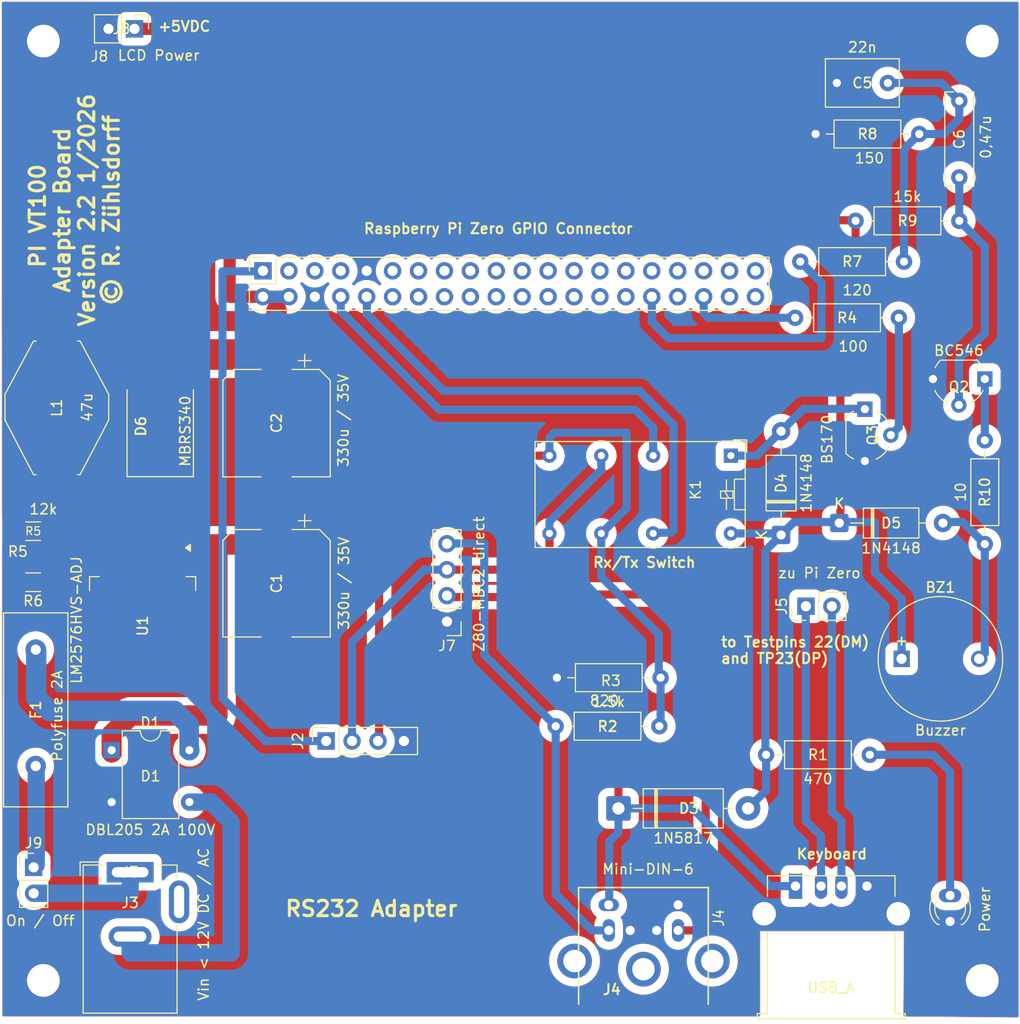
<source format=kicad_pcb>
(kicad_pcb (version 20241229) (generator "pcbnew") (generator_version "9.0")
  (title_block (date "15 nov 2012"))
  (layers (0 "F.Cu" signal) (2 "B.Cu" signal) (13 "F.Paste" user) (15 "B.Paste" user) (5 "F.SilkS" user "F.Silkscreen") (7 "B.SilkS" user "B.Silkscreen") (1 "F.Mask" user) (3 "B.Mask" user) (25 "Edge.Cuts" user))
  (net 0 "")
  (net 1 "GND")
  (net 2 "/GPIO2{slash}SDA1")
  (net 3 "/GPIO3{slash}SCL1")
  (net 4 "/GPIO4{slash}GPCLK0")
  (net 5 "/GPIO14{slash}TXD0")
  (net 6 "/GPIO15{slash}RXD0")
  (net 7 "/GPIO17")
  (net 8 "/GPIO18{slash}PCM.CLK")
  (net 9 "/GPIO27")
  (net 10 "/GPIO22")
  (net 11 "/GPIO23")
  (net 12 "/GPIO26")
  (net 13 "/GPIO24")
  (net 14 "/GPIO10{slash}SPI0.MOSI")
  (net 15 "/GPIO9{slash}SPI0.MISO")
  (net 16 "/GPIO25")
  (net 17 "/GPIO11{slash}SPI0.SCLK")
  (net 18 "/GPIO8{slash}SPI0.CE0")
  (net 19 "/GPIO7{slash}SPI0.CE1")
  (net 20 "/ID_SDA")
  (net 21 "/ID_SCL")
  (net 22 "/GPIO5")
  (net 23 "/GPIO6")
  (net 24 "Net-(C5-Pad1)")
  (net 25 "/GPIO13{slash}PWM1")
  (net 26 "/GPIO19{slash}PCM.FS")
  (net 27 "/GPIO16")
  (net 28 "/GPIO20{slash}PCM.DIN")
  (net 29 "/GPIO21{slash}PCM.DOUT")
  (net 30 "+5V")
  (net 31 "+3V3")
  (net 32 "Net-(D6-K)")
  (net 34 "Net-(D1-+)")
  (net 35 "Net-(U1-FB)")
  (net 36 "Net-(J3-In)")
  (net 37 "Net-(J5-Pin_1)")
  (net 38 "Net-(J5-Pin_2)")
  (net 39 "Net-(D3-K)")
  (net 46 "Net-(J9-Pin_1)")
  (net 47 "Net-(J2-Pin_3)")
  (net 48 "Net-(J2-Pin_2)")
  (net 49 "Net-(D4-A)")
  (net 50 "Net-(D2-A)")
  (net 51 "Net-(Q2-B)")
  (net 52 "Sound")
  (net 53 "Net-(Q2-C)")
  (net 54 "Net-(J7-Pin_4)")
  (net 55 "Net-(BZ1--)")
  (net 56 "Net-(J3-Ext)")
  (net 57 "Net-(D1-Pad4)")
  (net 58 "Net-(Q3-G)")
  (footprint "Connector_PinSocket_2.54mm:PinSocket_2x20_P2.54mm_Vertical" (layer "F.Cu") (at 124.77 95.4 90)
    (property "Reference" "J1" (hide yes))
    (property "Value" "GPIO" (hide yes))
    (pad "1" thru_hole rect (at 0 0 90) (size 1.7 1.7) (drill 1) (layers "*.Cu" "*.Mask") (net 31 "+3V3"))
    (pad "2" thru_hole oval (at -2.54 0 90) (size 1.7 1.7) (drill 1) (layers "*.Cu" "*.Mask") (net 30 "+5V"))
    (pad "3" thru_hole oval (at 0 2.54 90) (size 1.7 1.7) (drill 1) (layers "*.Cu" "*.Mask") (net 2 "/GPIO2{slash}SDA1"))
    (pad "4" thru_hole oval (at -2.54 2.54 90) (size 1.7 1.7) (drill 1) (layers "*.Cu" "*.Mask") (net 30 "+5V"))
    (pad "5" thru_hole oval (at 0 5.08 90) (size 1.7 1.7) (drill 1) (layers "*.Cu" "*.Mask") (net 3 "/GPIO3{slash}SCL1"))
    (pad "6" thru_hole oval (at -2.54 5.08 90) (size 1.7 1.7) (drill 1) (layers "*.Cu" "*.Mask") (net 1 "GND"))
    (pad "7" thru_hole oval (at 0 7.62 90) (size 1.7 1.7) (drill 1) (layers "*.Cu" "*.Mask") (net 4 "/GPIO4{slash}GPCLK0"))
    (pad "8" thru_hole oval (at -2.54 7.62 90) (size 1.7 1.7) (drill 1) (layers "*.Cu" "*.Mask") (net 5 "/GPIO14{slash}TXD0"))
    (pad "9" thru_hole oval (at 0 10.16 90) (size 1.7 1.7) (drill 1) (layers "*.Cu" "*.Mask") (net 1 "GND"))
    (pad "10" thru_hole oval (at -2.54 10.16 90) (size 1.7 1.7) (drill 1) (layers "*.Cu" "*.Mask") (net 6 "/GPIO15{slash}RXD0"))
    (pad "11" thru_hole oval (at 0 12.7 90) (size 1.7 1.7) (drill 1) (layers "*.Cu" "*.Mask") (net 7 "/GPIO17"))
    (pad "12" thru_hole oval (at -2.54 12.7 90) (size 1.7 1.7) (drill 1) (layers "*.Cu" "*.Mask") (net 8 "/GPIO18{slash}PCM.CLK"))
    (pad "13" thru_hole oval (at 0 15.24 90) (size 1.7 1.7) (drill 1) (layers "*.Cu" "*.Mask") (net 9 "/GPIO27"))
    (pad "14" thru_hole oval (at -2.54 15.24 90) (size 1.7 1.7) (drill 1) (layers "*.Cu" "*.Mask"))
    (pad "15" thru_hole oval (at 0 17.78 90) (size 1.7 1.7) (drill 1) (layers "*.Cu" "*.Mask") (net 10 "/GPIO22"))
    (pad "16" thru_hole oval (at -2.54 17.78 90) (size 1.7 1.7) (drill 1) (layers "*.Cu" "*.Mask") (net 11 "/GPIO23"))
    (pad "17" thru_hole oval (at 0 20.32 90) (size 1.7 1.7) (drill 1) (layers "*.Cu" "*.Mask"))
    (pad "18" thru_hole oval (at -2.54 20.32 90) (size 1.7 1.7) (drill 1) (layers "*.Cu" "*.Mask") (net 13 "/GPIO24"))
    (pad "19" thru_hole oval (at 0 22.86 90) (size 1.7 1.7) (drill 1) (layers "*.Cu" "*.Mask") (net 14 "/GPIO10{slash}SPI0.MOSI"))
    (pad "20" thru_hole oval (at -2.54 22.86 90) (size 1.7 1.7) (drill 1) (layers "*.Cu" "*.Mask"))
    (pad "21" thru_hole oval (at 0 25.4 90) (size 1.7 1.7) (drill 1) (layers "*.Cu" "*.Mask") (net 15 "/GPIO9{slash}SPI0.MISO"))
    (pad "22" thru_hole oval (at -2.54 25.4 90) (size 1.7 1.7) (drill 1) (layers "*.Cu" "*.Mask") (net 16 "/GPIO25"))
    (pad "23" thru_hole oval (at 0 27.94 90) (size 1.7 1.7) (drill 1) (layers "*.Cu" "*.Mask") (net 17 "/GPIO11{slash}SPI0.SCLK"))
    (pad "24" thru_hole oval (at -2.54 27.94 90) (size 1.7 1.7) (drill 1) (layers "*.Cu" "*.Mask") (net 18 "/GPIO8{slash}SPI0.CE0"))
    (pad "25" thru_hole oval (at 0 30.48 90) (size 1.7 1.7) (drill 1) (layers "*.Cu" "*.Mask"))
    (pad "26" thru_hole oval (at -2.54 30.48 90) (size 1.7 1.7) (drill 1) (layers "*.Cu" "*.Mask") (net 19 "/GPIO7{slash}SPI0.CE1"))
    (pad "27" thru_hole oval (at 0 33.02 90) (size 1.7 1.7) (drill 1) (layers "*.Cu" "*.Mask") (net 20 "/ID_SDA"))
    (pad "28" thru_hole oval (at -2.54 33.02 90) (size 1.7 1.7) (drill 1) (layers "*.Cu" "*.Mask") (net 21 "/ID_SCL"))
    (pad "29" thru_hole oval (at 0 35.56 90) (size 1.7 1.7) (drill 1) (layers "*.Cu" "*.Mask") (net 22 "/GPIO5"))
    (pad "30" thru_hole oval (at -2.54 35.56 90) (size 1.7 1.7) (drill 1) (layers "*.Cu" "*.Mask"))
    (pad "31" thru_hole oval (at 0 38.1 90) (size 1.7 1.7) (drill 1) (layers "*.Cu" "*.Mask") (net 23 "/GPIO6"))
    (pad "32" thru_hole oval (at -2.54 38.1 90) (size 1.7 1.7) (drill 1) (layers "*.Cu" "*.Mask") (net 52 "Sound"))
    (pad "33" thru_hole oval (at 0 40.64 90) (size 1.7 1.7) (drill 1) (layers "*.Cu" "*.Mask") (net 25 "/GPIO13{slash}PWM1"))
    (pad "34" thru_hole oval (at -2.54 40.64 90) (size 1.7 1.7) (drill 1) (layers "*.Cu" "*.Mask"))
    (pad "35" thru_hole oval (at 0 43.18 90) (size 1.7 1.7) (drill 1) (layers "*.Cu" "*.Mask") (net 26 "/GPIO19{slash}PCM.FS"))
    (pad "36" thru_hole oval (at -2.54 43.18 90) (size 1.7 1.7) (drill 1) (layers "*.Cu" "*.Mask") (net 27 "/GPIO16"))
    (pad "37" thru_hole oval (at 0 45.72 90) (size 1.7 1.7) (drill 1) (layers "*.Cu" "*.Mask") (net 12 "/GPIO26"))
    (pad "38" thru_hole oval (at -2.54 45.72 90) (size 1.7 1.7) (drill 1) (layers "*.Cu" "*.Mask") (net 28 "/GPIO20{slash}PCM.DIN"))
    (pad "39" thru_hole oval (at 0 48.26 90) (size 1.7 1.7) (drill 1) (layers "*.Cu" "*.Mask"))
    (pad "40" thru_hole oval (at -2.54 48.26 90) (size 1.7 1.7) (drill 1) (layers "*.Cu" "*.Mask") (net 29 "/GPIO21{slash}PCM.DOUT"))
  )
  (footprint "Resistor_SMD:R_1206_3216Metric_Pad1.30x1.75mm_HandSolder" (layer "F.Cu") (at 102.25 120.9)
    (property "Reference" "R5" (at -1.5 2 0) (layer "F.SilkS"))
    (property "Value" "12k" (at 1 -2.15 0) (layer "F.SilkS"))
    (fp_text user "${REFERENCE}" (at 0 0 0) (layer "F.SilkS") (effects (font (size 0.8 0.8) (thickness 0.12))))
    (pad "1" smd roundrect (at -1.55 0) (size 1.75 1.75) (layers "F.Cu" "F.Mask" "F.Paste") (roundrect_rratio 0.192308) (net 30 "+5V"))
    (pad "2" smd roundrect (at 1.55 0) (size 1.75 1.75) (layers "F.Cu" "F.Mask" "F.Paste") (roundrect_rratio 0.192308) (net 35 "Net-(U1-FB)"))
  )
  (footprint "MountingHole:MountingHole_3.2mm_M3" (layer "F.Cu") (at 103.25 164.9)
    (property "Reference" "H3" (hide yes))
    (property "Value" "MountingHole" (hide yes))
    (fp_text user "${REFERENCE}" (at 0 0 0) (layer "F.SilkS"))
    (pad "" np_thru_hole circle (at 0 0) (size 3.2 3.2) (drill 3.2) (layers "*.Cu" "*.Mask"))
  )
  (footprint "Diode_THT:D_A-405_P10.16mm_Horizontal" (layer "F.Cu") (at 181.24 120.1)
    (property "Reference" "D5" (at 5.08 0 0) (layer "F.SilkS"))
    (property "Value" "1N4148" (at 5.08 2.47 0) (layer "F.SilkS"))
    (fp_text user "K" (at 0 -1.9 0) (layer "F.SilkS"))
    (fp_text user "K" (at 0 -1.9 0) (layer "F.SilkS"))
    (fp_text user "${REFERENCE}" (at 5.08 0 0) (layer "F.SilkS"))
    (pad "1" thru_hole roundrect (at 0 0) (size 1.8 1.8) (drill 0.9) (layers "*.Cu" "*.Mask") (roundrect_rratio 0.138889) (net 30 "+5V"))
    (pad "2" thru_hole circle (at 10.16 0) (size 1.8 1.8) (drill 0.9) (layers "*.Cu" "*.Mask") (net 55 "Net-(BZ1--)"))
  )
  (footprint "Connector_PinSocket_2.54mm:PinSocket_1x04_P2.54mm_Vertical" (layer "F.Cu") (at 130.96 141.45 90)
    (property "Reference" "J2" (at 0 -2.77 90) (layer "F.SilkS"))
    (property "Value" "RS232" (hide yes))
    (pad "1" thru_hole rect (at 0 0 90) (size 1.7 1.7) (drill 1) (layers "*.Cu" "*.Mask") (net 31 "+3V3"))
    (pad "2" thru_hole circle (at 0 2.54 90) (size 1.7 1.7) (drill 1) (layers "*.Cu" "*.Mask") (net 48 "Net-(J2-Pin_2)"))
    (pad "3" thru_hole circle (at 0 5.08 90) (size 1.7 1.7) (drill 1) (layers "*.Cu" "*.Mask") (net 47 "Net-(J2-Pin_3)"))
    (pad "4" thru_hole circle (at 0 7.62 90) (size 1.7 1.7) (drill 1) (layers "*.Cu" "*.Mask") (net 1 "GND"))
  )
  (footprint "Resistor_SMD:R_1206_3216Metric_Pad1.30x1.75mm_HandSolder" (layer "F.Cu") (at 102.25 125.9 180)
    (property "Reference" "R6" (at 0 -1.83 0) (layer "F.SilkS"))
    (property "Value" "3,9k")
    (pad "1" smd roundrect (at -1.55 0 180) (size 1.75 1.75) (layers "F.Cu" "F.Mask" "F.Paste") (roundrect_rratio 0.192308) (net 35 "Net-(U1-FB)"))
    (pad "2" smd roundrect (at 1.55 0 180) (size 1.75 1.75) (layers "F.Cu" "F.Mask" "F.Paste") (roundrect_rratio 0.192308) (net 1 "GND"))
  )
  (footprint "Capacitor_THT:C_Rect_L9.0mm_W2.6mm_P7.50mm_MKT" (layer "F.Cu") (at 193 78.75 -90)
    (property "Reference" "C6" (at 3.75 0 90) (layer "F.SilkS"))
    (property "Value" "0,47u" (at 3.55 -2.6 90) (layer "F.SilkS"))
    (fp_text user "${REFERENCE}" (at 3.75 0 90) (layer "F.SilkS"))
    (pad "1" thru_hole circle (at 0 0 270) (size 1.6 1.6) (drill 0.8) (layers "*.Cu" "*.Mask") (net 24 "Net-(C5-Pad1)"))
    (pad "2" thru_hole circle (at 7.5 0 270) (size 1.6 1.6) (drill 0.8) (layers "*.Cu" "*.Mask") (net 51 "Net-(Q2-B)"))
  )
  (footprint "Package_TO_SOT_THT:TO-92_Wide" (layer "F.Cu") (at 183.75 108.95 -90)
    (property "Reference" "Q3" (at 2.54 -0.77 90) (layer "F.SilkS"))
    (property "Value" "BS170" (at 2.95 3.7 90) (layer "F.SilkS"))
    (fp_text user "${REFERENCE}" (at 2.54 -0.77 90) (layer "F.SilkS"))
    (pad "1" thru_hole rect (at 0 0 270) (size 1.5 1.5) (drill 0.8) (layers "*.Cu" "*.Mask") (net 49 "Net-(D4-A)"))
    (pad "2" thru_hole circle (at 2.54 -2.54 270) (size 1.5 1.5) (drill 0.8) (layers "*.Cu" "*.Mask") (net 58 "Net-(Q3-G)"))
    (pad "3" thru_hole circle (at 5.08 0 270) (size 1.5 1.5) (drill 0.8) (layers "*.Cu" "*.Mask") (net 1 "GND"))
  )
  (footprint "Package_TO_SOT_SMD:TO-263-5_TabPin3" (layer "F.Cu") (at 112.975 130.175 -90)
    (property "Reference" "U1" (at 0 0 90) (layer "F.SilkS"))
    (property "Value" "LM2576HVS-ADJ" (at -0.575 6.475 90) (layer "F.SilkS"))
    (fp_text user "${REFERENCE}" (at 0 0 90) (layer "F.SilkS"))
    (pad "1" smd roundrect (at -7.65 -3.4 270) (size 4.5 1.1) (drill (offset -0.5 0)) (layers "F.Cu" "F.Mask" "F.Paste") (roundrect_rratio 0.227273) (net 34 "Net-(D1-+)"))
    (pad "2" smd roundrect (at -7.65 -1.7 270) (size 4.6 1.1) (drill (offset -0.5 0)) (layers "F.Cu" "F.Mask" "F.Paste") (roundrect_rratio 0.227273) (net 32 "Net-(D6-K)"))
    (pad "3" smd roundrect (at -7.65 0 270) (size 4.6 1.1) (drill (offset -0.5 0)) (layers "F.Cu" "F.Mask" "F.Paste") (roundrect_rratio 0.227273) (net 1 "GND"))
    (pad "3" smd roundrect (at 1.5 0 270) (size 9.4 10.8) (layers "F.Cu" "F.Mask") (roundrect_rratio 0.026596) (net 1 "GND"))
    (pad "4" smd roundrect (at -7.65 1.7 270) (size 4.6 1.1) (drill (offset -0.5 0)) (layers "F.Cu" "F.Mask" "F.Paste") (roundrect_rratio 0.227273) (net 35 "Net-(U1-FB)"))
    (pad "5" smd roundrect (at -7.65 3.4 270) (size 4.6 1.1) (drill (offset -0.5 0)) (layers "F.Cu" "F.Mask" "F.Paste") (roundrect_rratio 0.227273) (net 1 "GND"))
  )
  (footprint "Capacitor_THT:C_Rect_L7.0mm_W4.5mm_P5.00mm" (layer "F.Cu") (at 186 77 180)
    (property "Reference" "C5" (at 2.5 0 0) (layer "F.SilkS"))
    (property "Value" "22n" (at 2.5 3.5 0) (layer "F.SilkS"))
    (fp_text user "${REFERENCE}" (at 2.5 0 0) (layer "F.SilkS"))
    (pad "1" thru_hole circle (at 0 0 180) (size 1.6 1.6) (drill 0.8) (layers "*.Cu" "*.Mask") (net 24 "Net-(C5-Pad1)"))
    (pad "2" thru_hole circle (at 5 0 180) (size 1.6 1.6) (drill 0.8) (layers "*.Cu" "*.Mask") (net 1 "GND"))
  )
  (footprint "Fuse:Fuse_Littelfuse-LVR200" (layer "F.Cu") (at 102.5 143.9 90)
    (property "Reference" "F1" (at 5.5 0 90) (layer "F.SilkS"))
    (property "Value" "Polyfuse 2A" (at 4.9 2.1 90) (layer "F.SilkS"))
    (fp_text user "${REFERENCE}" (at 5.5 0 90) (layer "F.SilkS"))
    (pad "1" thru_hole circle (at 0 0 90) (size 2 2) (drill 1) (layers "*.Cu" "*.Mask") (net 46 "Net-(J9-Pin_1)"))
    (pad "2" thru_hole circle (at 11.4 0 90) (size 2 2) (drill 1) (layers "*.Cu" "*.Mask") (net 57 "Net-(D1-Pad4)"))
  )
  (footprint "Mini_DIN6:J_Mini-DIN-6" (layer "F.Cu") (at 162.05 168.5 180)
    (property "Reference" "J4" (at -7.3795 9.7252 90) (layer "F.SilkS"))
    (property "Value" "Mini-DIN-6" (at -0.45 14.5 0) (layer "F.SilkS"))
    (fp_text user "${REFERENCE}" (at 3.1 2.7 0) (layer "F.SilkS") (effects (font (thickness 0.2) (bold yes))))
    (pad "1" thru_hole oval (at -1.3 8.5 180) (size 1.2 2.2) (drill 0.9) (layers "*.Cu" "*.Mask") (net 1 "GND"))
    (pad "2" thru_hole oval (at 1.3 8.5 180) (size 1.2 2.2) (drill 0.9) (layers "*.Cu" "*.Mask") (net 1 "GND"))
    (pad "3" thru_hole oval (at -3.4 8.5 180) (size 1.2 2.2) (drill 0.9) (layers "*.Cu" "*.Mask") (net 48 "Net-(J2-Pin_2)"))
    (pad "4" thru_hole oval (at 3.4 8.5 180) (size 1.2 2.2) (drill 0.9) (layers "*.Cu" "*.Mask") (net 54 "Net-(J7-Pin_4)"))
    (pad "5" thru_hole oval (at -3.4 11 180) (size 2 1.2) (drill 0.9) (layers "*.Cu" "*.Mask") (net 1 "GND"))
    (pad "6" thru_hole oval (at 3.4 11 180) (size 2 1.2) (drill 0.9) (layers "*.Cu" "*.Mask") (net 39 "Net-(D3-K)"))
    (pad "C1" thru_hole circle (at -6.75 5.5 180) (size 3.4 3.4) (drill 2.2) (layers "*.Cu" "*.Mask"))
    (pad "C2" thru_hole circle (at 6.75 5.5 180) (size 3.4 3.4) (drill 2.2) (layers "*.Cu" "*.Mask"))
    (pad "SH" thru_hole circle (at 0 4.7 180) (size 3.4 3.4) (drill 2.2) (layers "*.Cu" "*.Mask"))
  )
  (footprint "LED_THT:LED_D3.0mm" (layer "F.Cu") (at 192.1 159.12 90)
    (property "Reference" "D2" (hide yes))
    (property "Value" "Power" (at 1.17 3.4 90) (layer "F.SilkS"))
    (pad "1" thru_hole rect (at 0 0 90) (size 1.3 2.2) (drill 0.9) (layers "*.Cu" "*.Mask") (net 1 "GND"))
    (pad "2" thru_hole oval (at 2.54 0 90) (size 1.3 2.2) (drill 0.9) (layers "*.Cu" "*.Mask") (net 50 "Net-(D2-A)"))
  )
  (footprint "Package_TO_SOT_THT:TO-92_Wide" (layer "F.Cu") (at 195.5 106 180)
    (property "Reference" "Q2" (at 2.54 -0.77 180) (layer "F.SilkS"))
    (property "Value" "BC546" (at 2.54 2.79 180) (layer "F.SilkS"))
    (fp_text user "${REFERENCE}" (at 2.54 -0.77 180) (layer "F.SilkS"))
    (pad "1" thru_hole rect (at 0 0 180) (size 1.5 1.5) (drill 0.8) (layers "*.Cu" "*.Mask") (net 53 "Net-(Q2-C)"))
    (pad "2" thru_hole circle (at 2.54 -2.54 180) (size 1.5 1.5) (drill 0.8) (layers "*.Cu" "*.Mask") (net 51 "Net-(Q2-B)"))
    (pad "3" thru_hole circle (at 5.08 0 180) (size 1.5 1.5) (drill 0.8) (layers "*.Cu" "*.Mask") (net 1 "GND"))
  )
  (footprint "Resistor_THT:R_Axial_DIN0207_L6.3mm_D2.5mm_P10.16mm_Horizontal" (layer "F.Cu") (at 178.92 82)
    (property "Reference" "R8" (at 5.08 0 0) (layer "F.SilkS"))
    (property "Value" "150" (at 5.28 2.37 0) (layer "F.SilkS"))
    (fp_text user "${REFERENCE}" (at 5.08 0 0) (layer "F.SilkS"))
    (pad "1" thru_hole circle (at 0 0) (size 1.6 1.6) (drill 0.8) (layers "*.Cu" "*.Mask") (net 1 "GND"))
    (pad "2" thru_hole circle (at 10.16 0) (size 1.6 1.6) (drill 0.8) (layers "*.Cu" "*.Mask") (net 24 "Net-(C5-Pad1)"))
  )
  (footprint "Resistor_THT:R_Axial_DIN0207_L6.3mm_D2.5mm_P10.16mm_Horizontal" (layer "F.Cu") (at 153.57 135.25)
    (property "Reference" "R3" (at 5.28 0.3 0) (layer "F.SilkS"))
    (property "Value" "1.5k" (at 5.08 2.37 0) (layer "F.SilkS"))
    (pad "1" thru_hole circle (at 0 0) (size 1.6 1.6) (drill 0.8) (layers "*.Cu" "*.Mask") (net 1 "GND"))
    (pad "2" thru_hole circle (at 10.16 0) (size 1.6 1.6) (drill 0.8) (layers "*.Cu" "*.Mask") (net 47 "Net-(J2-Pin_3)"))
  )
  (footprint "Connector_PinHeader_2.54mm:PinHeader_1x02_P2.54mm_Vertical" (layer "F.Cu") (at 112.175 71.7 -90)
    (property "Reference" "J8" (at 2.7 3.425 180) (layer "F.SilkS"))
    (property "Value" "LCD Power" (at 2.6 -2.375 0) (layer "F.SilkS"))
    (fp_text user "${REFERENCE}" (at 0 1.27 0) (layer "F.SilkS"))
    (pad "1" thru_hole rect (at 0 0 270) (size 1.7 1.7) (drill 1) (layers "*.Cu" "*.Mask") (net 30 "+5V"))
    (pad "2" thru_hole circle (at 0 2.54 270) (size 1.7 1.7) (drill 1) (layers "*.Cu" "*.Mask") (net 1 "GND"))
  )
  (footprint "MountingHole:MountingHole_3.2mm_M3" (layer "F.Cu") (at 195.25 72.9)
    (property "Reference" "H2" (hide yes))
    (property "Value" "MountingHole" (hide yes))
    (pad "" np_thru_hole circle (at 0 0) (size 3.2 3.2) (drill 3.2) (layers "*.Cu" "*.Mask"))
  )
  (footprint "MountingHole:MountingHole_3.2mm_M3" (layer "F.Cu") (at 103.25 72.9)
    (property "Reference" "H1" (hide yes))
    (property "Value" "MountingHole" (hide yes))
    (pad "" np_thru_hole circle (at 0 0) (size 3.2 3.2) (drill 3.2) (layers "*.Cu" "*.Mask"))
  )
  (footprint "Connector_BarrelJack:BarrelJack_GCT_DCJ200-10-A_Horizontal" (layer "F.Cu") (at 111.75 154.3)
    (property "Reference" "J3" (at 0 0 0) (layer "F.SilkS"))
    (property "Value" "Vin < 12V DC / AC" (at 7.2 5.1 90) (layer "F.SilkS"))
    (fp_text user "${REFERENCE}" (at 0 3 0) (layer "F.SilkS"))
    (pad "1" thru_hole rect (at 0 0) (size 4.6 2) (drill oval 3.6 1) (layers "*.Cu" "*.Mask") (net 36 "Net-(J3-In)"))
    (pad "2" thru_hole oval (at 0 6.3) (size 4.2 2) (drill oval 3.2 1) (layers "*.Cu" "*.Mask") (net 56 "Net-(J3-Ext)"))
    (pad "3" thru_hole oval (at 4.8 2.9) (size 2 4.2) (drill oval 1 3.2) (layers "*.Cu" "*.Mask"))
  )
  (footprint "Relay_THT:Relay_DPDT_Omron_G5V-2" (layer "F.Cu") (at 170.62 113.5 -90)
    (property "Reference" "K1" (at 3.35 3.47 90) (layer "F.SilkS"))
    (property "Value" "G5V-2" (hide yes))
    (pad "1" thru_hole rect (at 0 0 270) (size 1.4 1.4) (drill 0.7) (layers "*.Cu" "*.Mask") (net 49 "Net-(D4-A)"))
    (pad "4" thru_hole circle (at 0 7.62 270) (size 1.4 1.4) (drill 0.7) (layers "*.Cu" "*.Mask") (net 5 "/GPIO14{slash}TXD0"))
    (pad "6" thru_hole circle (at 0 12.7 270) (size 1.4 1.4) (drill 0.7) (layers "*.Cu" "*.Mask") (net 48 "Net-(J2-Pin_2)"))
    (pad "8" thru_hole circle (at 0 17.78 270) (size 1.4 1.4) (drill 0.7) (layers "*.Cu" "*.Mask") (net 47 "Net-(J2-Pin_3)"))
    (pad "9" thru_hole circle (at 7.62 17.78 270) (size 1.4 1.4) (drill 0.7) (layers "*.Cu" "*.Mask") (net 48 "Net-(J2-Pin_2)"))
    (pad "11" thru_hole circle (at 7.62 12.7 270) (size 1.4 1.4) (drill 0.7) (layers "*.Cu" "*.Mask") (net 47 "Net-(J2-Pin_3)"))
    (pad "13" thru_hole circle (at 7.62 7.62 270) (size 1.4 1.4) (drill 0.7) (layers "*.Cu" "*.Mask") (net 6 "/GPIO15{slash}RXD0"))
    (pad "16" thru_hole circle (at 7.62 0 270) (size 1.4 1.4) (drill 0.7) (layers "*.Cu" "*.Mask") (net 30 "+5V"))
  )
  (footprint "Resistor_THT:R_Axial_DIN0207_L6.3mm_D2.5mm_P10.16mm_Horizontal" (layer "F.Cu") (at 176.92 100)
    (property "Reference" "R4" (at 5.08 0 0) (layer "F.SilkS"))
    (property "Value" "100" (at 5.68 2.8 0) (layer "F.SilkS"))
    (fp_text user "${REFERENCE}" (at 5.08 0 0) (layer "F.SilkS"))
    (pad "1" thru_hole circle (at 0 0) (size 1.6 1.6) (drill 0.8) (layers "*.Cu" "*.Mask") (net 27 "/GPIO16"))
    (pad "2" thru_hole circle (at 10.16 0) (size 1.6 1.6) (drill 0.8) (layers "*.Cu" "*.Mask") (net 58 "Net-(Q3-G)"))
  )
  (footprint "Connector_PinHeader_2.54mm:PinHeader_1x02_P2.54mm_Vertical" (layer "F.Cu") (at 177.975 128.25 90)
    (property "Reference" "J5" (at 0 -2.38 90) (layer "F.SilkS"))
    (property "Value" "zu Pi Zero" (at 3.25 1.325 180) (layer "F.SilkS"))
    (pad "1" thru_hole rect (at 0 0 90) (size 1.7 1.7) (drill 1) (layers "*.Cu" "*.Mask") (net 37 "Net-(J5-Pin_1)"))
    (pad "2" thru_hole circle (at 0 2.54 90) (size 1.7 1.7) (drill 1) (layers "*.Cu" "*.Mask") (net 38 "Net-(J5-Pin_2)"))
  )
  (footprint "Buzzer_Beeper:MagneticBuzzer_ProSignal_ABI-009-RC" (layer "F.Cu") (at 187.35 133.4)
    (property "Reference" "BZ1" (at 3.8 -7 0) (layer "F.SilkS"))
    (property "Value" "Buzzer" (at 3.8 7 0) (layer "F.SilkS"))
    (fp_text user "+" (at 0 -1.8 0) (layer "F.SilkS"))
    (fp_text user "+" (at 0 -1.8 0) (layer "F.SilkS"))
    (fp_text user "${REFERENCE}" (at 3.8 -7 0) (layer "F.SilkS"))
    (pad "1" thru_hole rect (at 0 0) (size 1.6 1.6) (drill 1) (layers "*.Cu" "*.Mask") (net 30 "+5V"))
    (pad "2" thru_hole circle (at 7.6 0) (size 1.6 1.6) (drill 1) (layers "*.Cu" "*.Mask") (net 55 "Net-(BZ1--)"))
  )
  (footprint "Diode_SMD:D_SMC" (layer "F.Cu") (at 114.7 110.65 90)
    (property "Reference" "D6" (at 0.05 -1.9 90) (layer "F.SilkS"))
    (property "Value" "MBRS340" (at -0.45 2.45 90) (layer "F.SilkS"))
    (fp_text user "${REFERENCE}" (at 0 -1.9 90) (layer "F.SilkS"))
    (pad "1" smd roundrect (at -3.4 0 180) (size 3.3 2.5) (layers "F.Cu" "F.Mask" "F.Paste") (roundrect_rratio 0.1) (net 32 "Net-(D6-K)"))
    (pad "2" smd roundrect (at 3.4 0 180) (size 3.3 2.5) (layers "F.Cu" "F.Mask" "F.Paste") (roundrect_rratio 0.1) (net 1 "GND"))
  )
  (footprint "Capacitor_SMD:CP_Elec_10x10" (layer "F.Cu") (at 126.1 110.3175 -90)
    (property "Reference" "C2" (at 0 0 90) (layer "F.SilkS"))
    (property "Value" "330u / 35V" (at -0.2675 -6.55 90) (layer "F.SilkS"))
    (fp_text user "${REFERENCE}" (at 0 0 90) (layer "F.SilkS"))
    (pad "1" smd roundrect (at -4 0 270) (size 4 2.5) (layers "F.Cu" "F.Mask" "F.Paste") (roundrect_rratio 0.1) (net 30 "+5V"))
    (pad "2" smd roundrect (at 4 0 270) (size 4 2.5) (layers "F.Cu" "F.Mask" "F.Paste") (roundrect_rratio 0.1) (net 1 "GND"))
  )
  (footprint "Diode_THT:Diode_Bridge_DIP-4_W7.62mm_P5.08mm" (layer "F.Cu") (at 109.94 142.35)
    (property "Reference" "D1" (at 3.8 -2.7 0) (layer "F.SilkS"))
    (property "Value" "DBL205 2A 100V" (at 3.8 7.8 0) (layer "F.SilkS"))
    (fp_text user "${REFERENCE}" (at 3.81 2.54 0) (layer "F.SilkS"))
    (pad "1" thru_hole rect (at 0 0) (size 1.6 1.6) (drill 0.8) (layers "*.Cu" "*.Mask") (net 34 "Net-(D1-+)"))
    (pad "2" thru_hole oval (at 0 5.08) (size 1.6 1.6) (drill 0.8) (layers "*.Cu" "*.Mask") (net 1 "GND"))
    (pad "3" thru_hole oval (at 7.62 5.08) (size 1.6 1.6) (drill 0.8) (layers "*.Cu" "*.Mask") (net 56 "Net-(J3-Ext)"))
    (pad "4" thru_hole oval (at 7.62 0) (size 1.6 1.6) (drill 0.8) (layers "*.Cu" "*.Mask") (net 57 "Net-(D1-Pad4)"))
  )
  (footprint "Diode_THT:D_A-405_P10.16mm_Horizontal" (layer "F.Cu") (at 175.54 121.27 90)
    (property "Reference" "D4" (at 5.08 0 90) (layer "F.SilkS"))
    (property "Value" "1N4148" (at 5.08 2.47 90) (layer "F.SilkS"))
    (fp_text user "${REFERENCE}" (at 5.08 0 90) (layer "F.SilkS"))
    (fp_text user "K" (at 0 -1.9 90) (layer "F.SilkS"))
    (fp_text user "K" (at 0 -1.9 90) (layer "F.SilkS"))
    (pad "1" thru_hole roundrect (at 0 0 90) (size 1.8 1.8) (drill 0.9) (layers "*.Cu" "*.Mask") (roundrect_rratio 0.138889) (net 30 "+5V"))
    (pad "2" thru_hole circle (at 10.16 0 90) (size 1.8 1.8) (drill 0.9) (layers "*.Cu" "*.Mask") (net 49 "Net-(D4-A)"))
  )
  (footprint "Diode_THT:D_DO-15_P12.70mm_Horizontal" (layer "F.Cu") (at 159.6 148.05)
    (property "Reference" "D3" (at 6.9 0 0) (layer "F.SilkS"))
    (property "Value" "1N5817" (at 6.35 2.92 0) (layer "F.SilkS"))
    (fp_text user "${REFERENCE}" (at 6.92 0 0) (layer "F.SilkS"))
    (pad "1" thru_hole roundrect (at 0 0) (size 2.4 2.4) (drill 1.2) (layers "*.Cu" "*.Mask") (roundrect_rratio 0.104167) (net 39 "Net-(D3-K)"))
    (pad "2" thru_hole circle (at 12.7 0) (size 2.4 2.4) (drill 1.2) (layers "*.Cu" "*.Mask") (net 30 "+5V"))
  )
  (footprint "Resistor_THT:R_Axial_DIN0207_L6.3mm_D2.5mm_P10.16mm_Horizontal" (layer "F.Cu") (at 174.07 142.8)
    (property "Reference" "R1" (at 5.08 0 0) (layer "F.SilkS"))
    (property "Value" "470" (at 5.08 2.37 0) (layer "F.SilkS"))
    (pad "1" thru_hole circle (at 0 0) (size 1.6 1.6) (drill 0.8) (layers "*.Cu" "*.Mask") (net 30 "+5V"))
    (pad "2" thru_hole circle (at 10.16 0) (size 1.6 1.6) (drill 0.8) (layers "*.Cu" "*.Mask") (net 50 "Net-(D2-A)"))
  )
  (footprint "Resistor_THT:R_Axial_DIN0207_L6.3mm_D2.5mm_P10.16mm_Horizontal" (layer "F.Cu") (at 195.5 112 -90)
    (property "Reference" "R10" (at 5.08 0 90) (layer "F.SilkS"))
    (property "Value" "10" (at 5.08 2.37 90) (layer "F.SilkS"))
    (fp_text user "${REFERENCE}" (at 5.08 0 90) (layer "F.SilkS"))
    (pad "1" thru_hole circle (at 0 0 270) (size 1.6 1.6) (drill 0.8) (layers "*.Cu" "*.Mask") (net 53 "Net-(Q2-C)"))
    (pad "2" thru_hole circle (at 10.16 0 270) (size 1.6 1.6) (drill 0.8) (layers "*.Cu" "*.Mask") (net 55 "Net-(BZ1--)"))
  )
  (footprint "Connector_PinHeader_2.54mm:PinHeader_1x04_P2.54mm_Vertical" (layer "F.Cu") (at 142.8 129.75 180)
    (property "Reference" "J7" (at 0 -2.38 0) (layer "F.SilkS"))
    (property "Value" "Z80-MBC2 direct" (at -3.15 3.66 90) (layer "F.SilkS"))
    (pad "1" thru_hole rect (at 0 0 180) (size 1.7 1.7) (drill 1) (layers "*.Cu" "*.Mask") (net 1 "GND"))
    (pad "2" thru_hole circle (at 0 2.54 180) (size 1.7 1.7) (drill 1) (layers "*.Cu" "*.Mask") (net 39 "Net-(D3-K)"))
    (pad "3" thru_hole circle (at 0 5.08 180) (size 1.7 1.7) (drill 1) (layers "*.Cu" "*.Mask") (net 48 "Net-(J2-Pin_2)"))
    (pad "4" thru_hole circle (at 0 7.62 180) (size 1.7 1.7) (drill 1) (layers "*.Cu" "*.Mask") (net 54 "Net-(J7-Pin_4)"))
  )
  (footprint "Inductor_SMD:L_Fastron_PISN" (layer "F.Cu") (at 104.56 108.77 -90)
    (property "Reference" "L1" (hide yes))
    (property "Value" "47u" (at 0 -2.99 90) (layer "F.SilkS"))
    (fp_text user "${REFERENCE}" (at 0.05 0 90) (layer "F.SilkS"))
    (pad "1" smd rect (at 5.17 -0.01 270) (size 3 3) (layers "F.Cu" "F.Mask" "F.Paste") (net 32 "Net-(D6-K)"))
    (pad "2" smd rect (at -5.17 0.01 270) (size 3 3) (layers "F.Cu" "F.Mask" "F.Paste") (net 30 "+5V"))
  )
  (footprint "Resistor_THT:R_Axial_DIN0207_L6.3mm_D2.5mm_P10.16mm_Horizontal" (layer "F.Cu") (at 193 90.5 180)
    (property "Reference" "R9" (at 5.08 0 0) (layer "F.SilkS"))
    (property "Value" "15k" (at 5.08 2.37 0) (layer "F.SilkS"))
    (fp_text user "${REFERENCE}" (at 5.08 0 0) (layer "F.SilkS"))
    (pad "1" thru_hole circle (at 0 0 180) (size 1.6 1.6) (drill 0.8) (layers "*.Cu" "*.Mask") (net 51 "Net-(Q2-B)"))
    (pad "2" thru_hole circle (at 10.16 0 180) (size 1.6 1.6) (drill 0.8) (layers "*.Cu" "*.Mask") (net 30 "+5V"))
  )
  (footprint "Capacitor_SMD:CP_Elec_10x10" (layer "F.Cu") (at 126.1 126 -90)
    (property "Reference" "C1" (at 0 0 90) (layer "F.SilkS"))
    (property "Value" "330u / 35V" (at 0 -6.6 90) (layer "F.SilkS"))
    (fp_text user "${REFERENCE}" (at 0 0 90) (layer "F.SilkS"))
    (pad "1" smd roundrect (at -4 0 270) (size 4 2.5) (layers "F.Cu" "F.Mask" "F.Paste") (roundrect_rratio 0.1) (net 34 "Net-(D1-+)"))
    (pad "2" smd roundrect (at 4 0 270) (size 4 2.5) (layers "F.Cu" "F.Mask" "F.Paste") (roundrect_rratio 0.1) (net 1 "GND"))
  )
  (footprint "Connector_USB:USB_A_Stewart_SS-52100-001_Horizontal" (layer "F.Cu") (at 176.95 155.66)
    (property "Reference" "J6" (hide yes))
    (property "Value" "USB_A" (at 3.5 9.94 0) (layer "F.SilkS"))
    (pad "1" thru_hole rect (at 0 0) (size 1.3 2.5) (drill 0.92) (layers "*.Cu" "*.Mask") (net 39 "Net-(D3-K)"))
    (pad "2" thru_hole oval (at 2.5 0) (size 1.2 2.5) (drill 0.92) (layers "*.Cu" "*.Mask") (net 37 "Net-(J5-Pin_1)"))
    (pad "3" thru_hole oval (at 4.5 0) (size 1.2 2.5) (drill 0.92) (layers "*.Cu" "*.Mask") (net 38 "Net-(J5-Pin_2)"))
    (pad "4" thru_hole oval (at 7 0) (size 1.5 2.5) (drill 0.92) (layers "*.Cu" "*.Mask") (net 1 "GND"))
    (pad "5" thru_hole circle (at -3.07 2.71) (size 3 3) (drill 2.3) (layers "*.Cu" "*.Mask") (net 1 "GND"))
    (pad "5" thru_hole circle (at 10.07 2.71) (size 3 3) (drill 2.3) (layers "*.Cu" "*.Mask") (net 1 "GND"))
  )
  (footprint "Resistor_THT:R_Axial_DIN0207_L6.3mm_D2.5mm_P10.16mm_Horizontal" (layer "F.Cu") (at 163.61 140 180)
    (property "Reference" "R2" (at 5.08 -0.05 0) (layer "F.SilkS"))
    (property "Value" "820" (at 5.38 2.5 0) (layer "F.SilkS"))
    (fp_text user "${REFERENCE}" (at 5.08 0 0) (layer "F.SilkS"))
    (pad "1" thru_hole circle (at 0 0 180) (size 1.6 1.6) (drill 0.8) (layers "*.Cu" "*.Mask") (net 47 "Net-(J2-Pin_3)"))
    (pad "2" thru_hole circle (at 10.16 0 180) (size 1.6 1.6) (drill 0.8) (layers "*.Cu" "*.Mask") (net 54 "Net-(J7-Pin_4)"))
  )
  (footprint "MountingHole:MountingHole_3.2mm_M3" (layer "F.Cu") (at 195.25 164.9)
    (property "Reference" "H4" (hide yes))
    (property "Value" "MountingHole" (hide yes))
    (fp_text user "${REFERENCE}" (at 0 0 0) (layer "F.SilkS"))
    (pad "" np_thru_hole circle (at 0 0) (size 3.2 3.2) (drill 3.2) (layers "*.Cu" "*.Mask"))
  )
  (footprint "Resistor_THT:R_Axial_DIN0207_L6.3mm_D2.5mm_P10.16mm_Horizontal" (layer "F.Cu") (at 177.42 94.5)
    (property "Reference" "R7" (at 5.08 0 0) (layer "F.SilkS"))
    (property "Value" "120" (at 5.58 2.8 0) (layer "F.SilkS"))
    (fp_text user "${REFERENCE}" (at 5.08 0 0) (layer "F.SilkS"))
    (pad "1" thru_hole circle (at 0 0) (size 1.6 1.6) (drill 0.8) (layers "*.Cu" "*.Mask") (net 52 "Sound"))
    (pad "2" thru_hole circle (at 10.16 0) (size 1.6 1.6) (drill 0.8) (layers "*.Cu" "*.Mask") (net 24 "Net-(C5-Pad1)"))
  )
  (footprint "Connector_PinHeader_2.54mm:PinHeader_1x02_P2.54mm_Vertical" (layer "F.Cu") (at 102.3 153.825)
    (property "Reference" "J9" (at 0 -2.38 0) (layer "F.SilkS"))
    (property "Value" "On / Off" (at 0.65 5.225 0) (layer "F.SilkS"))
    (pad "1" thru_hole rect (at 0 0) (size 1.7 1.7) (drill 1) (layers "*.Cu" "*.Mask") (net 46 "Net-(J9-Pin_1)"))
    (pad "2" thru_hole circle (at 0 2.54) (size 1.7 1.7) (drill 1) (layers "*.Cu" "*.Mask") (net 36 "Net-(J3-In)"))
  )
  (gr_poly (pts (xy 99.1502 68.9) (xy 198.85 68.9) (xy 198.85 168.549152) (xy 187.498724 168.452955) (xy 187.551259 160.1) (xy 173.499954 160.1) (xy 173.50092 168.45) (xy 99.2 168.45)) (stroke (width 0.05)) (fill no) (layer "Edge.Cuts"))
  (gr_text "to Testpins 22(DM) \nand TP23(DP)" (at 169.55 133.95 0) (layer "F.SilkS") (effects (font (size 1 1) (thickness 0.2) (bold yes)) (justify left bottom)))
  (gr_text "+5VDC" (at 114.4 72.05 0) (layer "F.SilkS") (effects (font (size 1 1) (thickness 0.2) (bold yes)) (justify left bottom)))
  (gr_text "PI VT100 \nAdapter Board\nVersion 2.2 1/2026\n© R. Zühlsdorff" (at 110.8 89.45 90) (layer "F.SilkS") (effects (font (size 1.5 1.5) (thickness 0.3) (bold yes)) (justify bottom)))
  (gr_text "Keyboard" (at 176.95 153.1 0) (layer "F.SilkS") (effects (font (size 1 1) (thickness 0.2) (bold yes)) (justify left bottom)))
  (gr_text "Raspberry Pi Zero GPIO Connector" (at 134.55 91.85 0) (layer "F.SilkS") (effects (font (size 1 1) (thickness 0.2) (bold yes)) (justify left bottom)))
  (gr_text "Rx/Tx Switch" (at 157 124.55 0) (layer "F.SilkS") (effects (font (size 1 1) (thickness 0.2) (bold yes)) (justify left bottom)))
  (gr_text "RS232 Adapter" (at 126.8 158.75 0) (layer "F.SilkS") (effects (font (size 1.5 1.5) (thickness 0.3) (bold yes)) (justify left bottom)))
  (segment (start 161.235844 109) (end 142.035844 109) (width 0.8) (layer "B.Cu") (net 5))
  (segment (start 132.39 99.354156) (end 132.39 97.94) (width 0.8) (layer "B.Cu") (net 5))
  (segment (start 163 113.5) (end 163 110.764156) (width 0.8) (layer "B.Cu") (net 5))
  (segment (start 142.035844 109) (end 132.39 99.354156) (width 0.8) (layer "B.Cu") (net 5))
  (segment (start 163 110.764156) (end 161.235844 109) (width 0.8) (layer "B.Cu") (net 5))
  (segment (start 165 120.8) (end 164.75 121.05) (width 0.8) (layer "B.Cu") (net 6))
  (segment (start 134.95 99.65) (end 142.45 107.15) (width 0.8) (layer "B.Cu") (net 6))
  (segment (start 142.45 107.15) (end 161.65 107.15) (width 0.8) (layer "B.Cu") (net 6))
  (segment (start 134.95 97.96) (end 134.95 99.65) (width 0.8) (layer "B.Cu") (net 6))
  (segment (start 163.07 121.05) (end 163 121.12) (width 0.8) (layer "B.Cu") (net 6))
  (segment (start 161.65 107.15) (end 165 110.5) (width 0.8) (layer "B.Cu") (net 6))
  (segment (start 134.93 97.94) (end 134.95 97.96) (width 0.8) (layer "B.Cu") (net 6))
  (segment (start 164.75 121.05) (end 163.07 121.05) (width 0.8) (layer "B.Cu") (net 6))
  (segment (start 165 110.5) (end 165 120.8) (width 0.8) (layer "B.Cu") (net 6))
  (segment (start 187.58 83.5) (end 187.58 94.5) (width 0.8) (layer "B.Cu") (net 24))
  (segment (start 191.25 77) (end 193 78.75) (width 0.8) (layer "B.Cu") (net 24))
  (segment (start 193 78.75) (end 193 80.5) (width 0.8) (layer "B.Cu") (net 24))
  (segment (start 189.08 82) (end 187.58 83.5) (width 0.8) (layer "B.Cu") (net 24))
  (segment (start 193 80.5) (end 191.5 82) (width 0.8) (layer "B.Cu") (net 24))
  (segment (start 186 77) (end 191.25 77) (width 0.8) (layer "B.Cu") (net 24))
  (segment (start 191.5 82) (end 189.08 82) (width 0.8) (layer "B.Cu") (net 24))
  (segment (start 167.95 97.94) (end 167.95 99.55) (width 0.8) (layer "B.Cu") (net 27))
  (segment (start 168.4 100) (end 176.92 100) (width 0.8) (layer "B.Cu") (net 27))
  (segment (start 167.95 99.55) (end 168.4 100) (width 0.8) (layer "B.Cu") (net 27))
  (segment (start 101.95 103.6) (end 100.95 104.6) (width 0.8) (layer "F.Cu") (net 30))
  (segment (start 182.79 90.45) (end 182.84 90.5) (width 0.8) (layer "F.Cu") (net 30))
  (segment (start 124.77 97.94) (end 126.1 97.94) (width 1.2) (layer "F.Cu") (net 30))
  (segment (start 115.75 71.7) (end 121.5 77.45) (width 1.2) (layer "F.Cu") (net 30))
  (segment (start 104.55 103.6) (end 101.95 103.6) (width 0.8) (layer "F.Cu") (net 30))
  (segment (start 100.95 104.6) (end 100.95 120.65) (width 0.8) (layer "F.Cu") (net 30))
  (segment (start 112.175 71.7) (end 115.75 71.7) (width 1.2) (layer "F.Cu") (net 30))
  (segment (start 121.5 97.94) (end 124.77 97.94) (width 1.2) (layer "F.Cu") (net 30))
  (segment (start 122.05 90.45) (end 182.79 90.45) (width 0.8) (layer "F.Cu") (net 30))
  (segment (start 104.55 103.6) (end 125.85 103.6) (width 3) (layer "F.Cu") (net 30))
  (segment (start 100.95 120.65) (end 100.7 120.9) (width 0.8) (layer "F.Cu") (net 30))
  (segment (start 126.1 97.94) (end 126.1 99.27) (width 1.2) (layer "F.Cu") (net 30))
  (segment (start 181.35 104.9) (end 181.35 119.99) (width 0.8) (layer "F.Cu") (net 30))
  (segment (start 125.85 103.6) (end 126.1 103.35) (width 2) (layer "F.Cu") (net 30))
  (segment (start 127.31 97.94) (end 126.1 97.94) (width 1.2) (layer "F.Cu") (net 30))
  (segment (start 121.5 91) (end 122.05 90.45) (width 0.8) (layer "F.Cu") (net 30))
  (segment (start 126.1 99.27) (end 126.1 103.35) (width 2) (layer "F.Cu") (net 30))
  (segment (start 121.5 77.45) (end 121.5 91) (width 1.2) (layer "F.Cu") (net 30))
  (segment (start 126.1 103.35) (end 126.1 106.3175) (width 2) (layer "F.Cu") (net 30))
  (segment (start 182.84 90.5) (end 182.84 103.41) (width 0.8) (layer "F.Cu") (net 30))
  (segment (start 181.35 119.99) (end 181.24 120.1) (width 0.8) (layer "F.Cu") (net 30))
  (segment (start 182.84 103.41) (end 181.35 104.9) (width 0.8) (layer "F.Cu") (net 30))
  (segment (start 121.5 97.94) (end 121.5 91) (width 1.2) (layer "F.Cu") (net 30))
  (segment (start 184.735 124.935) (end 184.735 120) (width 0.8) (layer "B.Cu") (net 30))
  (segment (start 174.07 146.28) (end 172.3 148.05) (width 0.8) (layer "B.Cu") (net 30))
  (segment (start 170.62 121.12) (end 175.39 121.12) (width 0.8) (layer "B.Cu") (net 30))
  (segment (start 175.54 121.27) (end 176.81 120) (width 0.8) (layer "B.Cu") (net 30))
  (segment (start 184.735 120) (end 179.4 120) (width 0.8) (layer "B.Cu") (net 30))
  (segment (start 124.77 97.94) (end 127.31 97.94) (width 1.2) (layer "B.Cu") (net 30))
  (segment (start 187.35 133.4) (end 187.35 127.55) (width 0.8) (layer "B.Cu") (net 30))
  (segment (start 175.54 121.27) (end 174 122.81) (width 0.8) (layer "B.Cu") (net 30))
  (segment (start 187.35 127.55) (end 184.735 124.935) (width 0.8) (layer "B.Cu") (net 30))
  (segment (start 174 142.73) (end 174.07 142.8) (width 0.8) (layer "B.Cu") (net 30))
  (segment (start 176.81 120) (end 179.4 120) (width 0.8) (layer "B.Cu") (net 30))
  (segment (start 174 122.81) (end 174 142.73) (width 0.8) (layer "B.Cu") (net 30))
  (segment (start 175.39 121.12) (end 175.54 121.27) (width 0.8) (layer "B.Cu") (net 30))
  (segment (start 174.07 142.8) (end 174.07 146.28) (width 0.8) (layer "B.Cu") (net 30))
  (segment (start 120.8 137.25) (end 125.05 141.5) (width 0.8) (layer "B.Cu") (net 31))
  (segment (start 124.77 95.4) (end 124.72 95.45) (width 0.8) (layer "B.Cu") (net 31))
  (segment (start 125.1 141.45) (end 130.96 141.45) (width 0.8) (layer "B.Cu") (net 31))
  (segment (start 130.86 141.35) (end 130.96 141.45) (width 0.8) (layer "B.Cu") (net 31))
  (segment (start 120.8 95.45) (end 120.8 137.25) (width 0.8) (layer "B.Cu") (net 31))
  (segment (start 125.05 141.5) (end 125.1 141.45) (width 0.8) (layer "B.Cu") (net 31))
  (segment (start 124.72 95.45) (end 120.8 95.45) (width 0.8) (layer "B.Cu") (net 31))
  (segment (start 114.7 114.25) (end 114.39 113.94) (width 2) (layer "F.Cu") (net 32))
  (segment (start 114.39 113.94) (end 104.57 113.94) (width 3) (layer "F.Cu") (net 32))
  (segment (start 114.675 119.075) (end 114.675 122.525) (width 0.8) (layer "F.Cu") (net 32))
  (segment (start 114.7 122.5) (end 114.675 122.525) (width 0.6) (layer "F.Cu") (net 32))
  (segment (start 114.7 117.95) (end 114.7 114.25) (width 2) (layer "F.Cu") (net 32))
  (segment (start 120.3 122.25) (end 120.35 122.2) (width 2) (layer "F.Cu") (net 34))
  (segment (start 120.3 138.95) (end 120.3 122.25) (width 2) (layer "F.Cu") (net 34))
  (segment (start 120.35 122.2) (end 125.9 122.2) (width 2) (layer "F.Cu") (net 34))
  (segment (start 109.95 142.57) (end 109.95 140.8) (width 2) (layer "F.Cu") (net 34))
  (segment (start 109.95 140.8) (end 111.8 138.95) (width 2) (layer "F.Cu") (net 34))
  (segment (start 111.8 138.95) (end 120.3 138.95) (width 2) (layer "F.Cu") (net 34))
  (segment (start 125.9 122.2) (end 126.1 122) (width 2) (layer "F.Cu") (net 34))
  (segment (start 120.35 122.2) (end 116.75 122.2) (width 2) (layer "F.Cu") (net 34))
  (segment (start 103.8 120.9) (end 103.8 125.85) (width 0.6) (layer "F.Cu") (net 35))
  (segment (start 103.8 125.85) (end 103.85 125.9) (width 0.6) (layer "F.Cu") (net 35))
  (segment (start 103.95 118.6) (end 103.95 120.75) (width 0.6) (layer "F.Cu") (net 35))
  (segment (start 111.275 122.525) (end 111.3 122.5) (width 0.6) (layer "F.Cu") (net 35))
  (segment (start 111.3 122.5) (end 111.3 118.6) (width 0.6) (layer "F.Cu") (net 35))
  (segment (start 111.3 118.6) (end 103.95 118.6) (width 0.6) (layer "F.Cu") (net 35))
  (segment (start 103.95 120.75) (end 103.8 120.9) (width 0.6) (layer "F.Cu") (net 35))
  (segment (start 111.75 156.365) (end 111.75 155.4) (width 1.7) (layer "B.Cu") (net 36))
  (segment (start 102.3 156.365) (end 111.75 156.365) (width 1.7) (layer "B.Cu") (net 36))
  (segment (start 177.975 128.25) (end 177.95 128.275) (width 0.8) (layer "B.Cu") (net 37))
  (segment (start 177.95 149.25) (end 179.45 150.75) (width 0.8) (layer "B.Cu") (net 37))
  (segment (start 177.95 128.275) (end 177.95 149.25) (width 0.8) (layer "B.Cu") (net 37))
  (segment (start 179.45 150.75) (end 179.45 155.66) (width 0.8) (layer "B.Cu") (net 37))
  (segment (start 180.515 148.365) (end 181.45 149.3) (width 0.8) (layer "B.Cu") (net 38))
  (segment (start 180.515 128.25) (end 180.515 148.365) (width 0.8) (layer "B.Cu") (net 38))
  (segment (start 181.45 149.3) (end 181.45 155.66) (width 0.8) (layer "B.Cu") (net 38))
  (segment (start 151.9 127.35) (end 142.94 127.35) (width 0.8) (layer "F.Cu") (net 39))
  (segment (start 151.9 127.35) (end 159.6 135.05) (width 0.8) (layer "F.Cu") (net 39))
  (segment (start 142.94 127.35) (end 142.8 127.21) (width 0.8) (layer "F.Cu") (net 39))
  (segment (start 159.6 135.05) (end 159.6 148.05) (width 0.8) (layer "F.Cu") (net 39))
  (segment (start 159.6 148.05) (end 159.6 150.4) (width 0.8) (layer "B.Cu") (net 39))
  (segment (start 158.7 157.5) (end 158.65 157.5) (width 0.8) (layer "B.Cu") (net 39))
  (segment (start 174.46 155.66) (end 176.95 155.66) (width 0.8) (layer "B.Cu") (net 39))
  (segment (start 159.6 150.4) (end 158.7 151.3) (width 0.8) (layer "B.Cu") (net 39))
  (segment (start 158.7 151.3) (end 158.7 157.5) (width 0.8) (layer "B.Cu") (net 39))
  (segment (start 166.85 148.05) (end 174.46 155.66) (width 0.8) (layer "B.Cu") (net 39))
  (segment (start 159.6 148.05) (end 166.85 148.05) (width 0.8) (layer "B.Cu") (net 39))
  (segment (start 102.55 153.575) (end 102.3 153.825) (width 1.7) (layer "B.Cu") (net 46))
  (segment (start 102.55 143.95) (end 102.55 153.575) (width 1.7) (layer "B.Cu") (net 46))
  (segment (start 136.15 141.34) (end 136.04 141.45) (width 0.8) (layer "F.Cu") (net 47))
  (segment (start 142.75 113.5) (end 136.15 120.1) (width 0.8) (layer "F.Cu") (net 47))
  (segment (start 152.84 113.5) (end 142.75 113.5) (width 0.8) (layer "F.Cu") (net 47))
  (segment (start 136.15 120.1) (end 136.15 141.34) (width 0.8) (layer "F.Cu") (net 47))
  (segment (start 152.84 111.71) (end 153.3 111.25) (width 0.8) (layer "B.Cu") (net 47))
  (segment (start 153.3 111.25) (end 160.4 111.25) (width 0.8) (layer "B.Cu") (net 47))
  (segment (start 157.92 121.12) (end 157.92 125.37) (width 0.8) (layer "B.Cu") (net 47))
  (segment (start 163.73 135.25) (end 163.73 139.88) (width 0.8) (layer "B.Cu") (net 47))
  (segment (start 160.4 111.25) (end 160.4 118.64) (width 0.8) (layer "B.Cu") (net 47))
  (segment (start 160.4 118.64) (end 157.92 121.12) (width 0.8) (layer "B.Cu") (net 47))
  (segment (start 157.92 125.37) (end 163.55 131) (width 0.8) (layer "B.Cu") (net 47))
  (segment (start 163.73 139.88) (end 163.61 140) (width 0.8) (layer "B.Cu") (net 47))
  (segment (start 152.84 113.5) (end 152.84 111.71) (width 0.8) (layer "B.Cu") (net 47))
  (segment (start 163.55 135.07) (end 163.73 135.25) (width 0.8) (layer "B.Cu") (net 47))
  (segment (start 163.55 131) (end 163.55 135.07) (width 0.8) (layer "B.Cu") (net 47))
  (segment (start 168.15 159.55) (end 167.7 160) (width 0.8) (layer "F.Cu") (net 48))
  (segment (start 168.15 129.2) (end 168.15 159.55) (width 0.8) (layer "F.Cu") (net 48))
  (segment (start 166.05 127.1) (end 168.15 129.2) (width 0.8) (layer "F.Cu") (net 48))
  (segment (start 152.84 121.12) (end 152.84 124.65) (width 0.8) (layer "F.Cu") (net 48))
  (segment (start 152.84 124.65) (end 152.82 124.67) (width 0.8) (layer "F.Cu") (net 48))
  (segment (start 154.75 127.1) (end 166.05 127.1) (width 0.8) (layer "F.Cu") (net 48))
  (segment (start 152.84 125.19) (end 154.75 127.1) (width 0.8) (layer "F.Cu") (net 48))
  (segment (start 167.7 160) (end 165.45 160) (width 0.8) (layer "F.Cu") (net 48))
  (segment (start 152.84 121.12) (end 152.84 125.19) (width 0.8) (layer "F.Cu") (net 48))
  (segment (start 152.82 124.67) (end 142.8 124.67) (width 0.8) (layer "F.Cu") (net 48))
  (segment (start 140.58 124.67) (end 133.5 131.75) (width 0.8) (layer "B.Cu") (net 48))
  (segment (start 142.8 124.67) (end 140.58 124.67) (width 0.8) (layer "B.Cu") (net 48))
  (segment (start 152.84 119.96) (end 152.84 121.12) (width 0.8) (layer "B.Cu") (net 48))
  (segment (start 157.92 113.5) (end 157.92 114.88) (width 0.8) (layer "B.Cu") (net 48))
  (segment (start 157.92 114.88) (end 152.84 119.96) (width 0.8) (layer "B.Cu") (net 48))
  (segment (start 133.5 131.75) (end 133.5 141.45) (width 0.8) (layer "B.Cu") (net 48))
  (segment (start 183.75 108.95) (end 183.72 108.92) (width 0.8) (layer "B.Cu") (net 49))
  (segment (start 175.54 111.11) (end 173.15 113.5) (width 0.8) (layer "B.Cu") (net 49))
  (segment (start 173.15 113.5) (end 170.62 113.5) (width 0.8) (layer "B.Cu") (net 49))
  (segment (start 177.73 108.92) (end 175.54 111.11) (width 0.8) (layer "B.Cu") (net 49))
  (segment (start 170.62 113.5) (end 170.62 113.49) (width 0.8) (layer "B.Cu") (net 49))
  (segment (start 183.72 108.92) (end 177.73 108.92) (width 0.8) (layer "B.Cu") (net 49))
  (segment (start 190.45 142.8) (end 192.1 144.45) (width 0.8) (layer "B.Cu") (net 50))
  (segment (start 184.23 142.8) (end 190.45 142.8) (width 0.8) (layer "B.Cu") (net 50))
  (segment (start 192.1 144.45) (end 192.1 156.58) (width 0.8) (layer "B.Cu") (net 50))
  (segment (start 195.5 93) (end 195.5 101.5) (width 0.8) (layer "B.Cu") (net 51))
  (segment (start 192.96 104.04) (end 192.96 108.54) (width 0.8) (layer "B.Cu") (net 51))
  (segment (start 193 90.5) (end 195.5 93) (width 0.8) (layer "B.Cu") (net 51))
  (segment (start 195.5 101.5) (end 192.96 104.04) (width 0.8) (layer "B.Cu") (net 51))
  (segment (start 193 86.25) (end 193 90.5) (width 0.8) (layer "B.Cu") (net 51))
  (segment (start 179.5 96.58) (end 179.5 102) (width 0.8) (layer "B.Cu") (net 52))
  (segment (start 177.42 94.5) (end 179.5 96.58) (width 0.8) (layer "B.Cu") (net 52))
  (segment (start 162.87 100.37) (end 162.87 97.94) (width 0.8) (layer "B.Cu") (net 52))
  (segment (start 179.5 102) (end 164.5 102) (width 0.8) (layer "B.Cu") (net 52))
  (segment (start 164.5 102) (end 162.87 100.37) (width 0.8) (layer "B.Cu") (net 52))
  (segment (start 195.5 106) (end 195.5 112) (width 0.8) (layer "B.Cu") (net 53))
  (segment (start 157 160) (end 158.65 160) (width 0.8) (layer "B.Cu") (net 54))
  (segment (start 142.83 122.1) (end 142.8 122.13) (width 0.8) (layer "B.Cu") (net 54))
  (segment (start 153.45 140) (end 146.45 133) (width 0.8) (layer "B.Cu") (net 54))
  (segment (start 153.45 156.45) (end 157 160) (width 0.8) (layer "B.Cu") (net 54))
  (segment (start 146.45 133) (end 146.45 122.1) (width 0.8) (layer "B.Cu") (net 54))
  (segment (start 153.45 140) (end 153.45 156.45) (width 0.8) (layer "B.Cu") (net 54))
  (segment (start 146.45 122.1) (end 142.83 122.1) (width 0.8) (layer "B.Cu") (net 54))
  (segment (start 192.1 120) (end 193.34 120) (width 0.8) (layer "B.Cu") (net 55))
  (segment (start 195.5 122.16) (end 195.5 132.85) (width 0.8) (layer "B.Cu") (net 55))
  (segment (start 193.34 120) (end 195.5 122.16) (width 0.8) (layer "B.Cu") (net 55))
  (segment (start 195.5 132.85) (end 194.95 133.4) (width 0.8) (layer "B.Cu") (net 55))
  (segment (start 111.75 162.15) (end 111.8 162.2) (width 1.7) (layer "B.Cu") (net 56))
  (segment (start 111.75 160.6) (end 111.75 162.15) (width 1.7) (layer "B.Cu") (net 56))
  (segment (start 121.65 162.2) (end 121.65 149.4) (width 1.7) (layer "B.Cu") (net 56))
  (segment (start 111.8 162.2) (end 121.65 162.2) (width 1.7) (layer "B.Cu") (net 56))
  (segment (start 121.65 149.4) (end 119.68 147.43) (width 1.7) (layer "B.Cu") (net 56))
  (segment (start 119.68 147.43) (end 117.56 147.43) (width 1.7) (layer "B.Cu") (net 56))
  (segment (start 117.5 139.9) (end 117.5 142.29) (width 2) (layer "B.Cu") (net 57))
  (segment (start 116.1 138.5) (end 117.5 139.9) (width 2) (layer "B.Cu") (net 57))
  (segment (start 102.55 132.55) (end 102.55 137.2) (width 2) (layer "B.Cu") (net 57))
  (segment (start 102.55 137.2) (end 103.85 138.5) (width 2) (layer "B.Cu") (net 57))
  (segment (start 103.85 138.5) (end 116.1 138.5) (width 2) (layer "B.Cu") (net 57))
  (segment (start 117.5 142.29) (end 117.56 142.35) (width 2) (layer "B.Cu") (net 57))
  (segment (start 187.08 110.7) (end 186.29 111.49) (width 0.8) (layer "B.Cu") (net 58))
  (segment (start 186.29 111.49) (end 186.51 111.49) (width 0.8) (layer "B.Cu") (net 58))
  (segment (start 187.08 100) (end 187.08 110.7) (width 0.8) (layer "B.Cu") (net 58))
  (segment (start 186.51 111.49) (end 186.54 111.46) (width 0.8) (layer "B.Cu") (net 58))
  (zone (net 1) (net_name "GND") (layers "F.Cu" "B.Cu") (connect_pads yes (clearance 0)) (min_thickness 0.25) (fill yes (thermal_gap 0.5) (thermal_bridge_width 0.5) (island_removal_mode 1) (island_area_min 10))
    (polygon (pts (xy 99 69.05) (xy 198.95 69.05) (xy 198.95 168.5) (xy 99 168.5)))
  )
)
</source>
